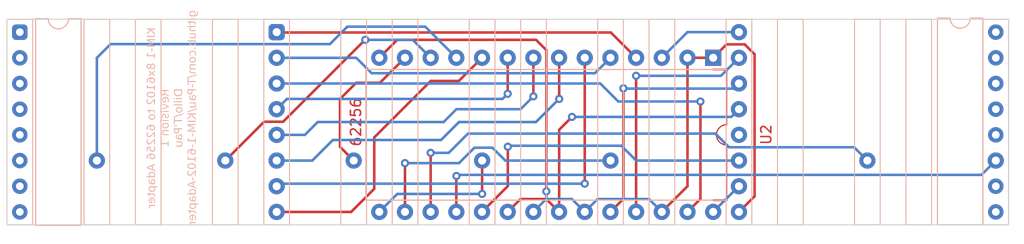
<source format=kicad_pcb>
(kicad_pcb (version 20221018) (generator pcbnew)
  (layers (0 "F.Cu" signal) (31 "B.Cu" signal) (34 "B.Paste" user) (35 "F.Paste" user) (36 "B.SilkS" user "B.Silkscreen") (37 "F.SilkS" user "F.Silkscreen") (38 "B.Mask" user) (39 "F.Mask" user) (44 "Edge.Cuts" user))
  (net 0 "")
  (net 1 "/A6")
  (net 2 "/A5")
  (net 3 "/R{slash}~{W}")
  (net 4 "/A1")
  (net 5 "/A2")
  (net 6 "/A3")
  (net 7 "/A4")
  (net 8 "/A0")
  (net 9 "GND")
  (net 10 "VCC")
  (net 11 "/D7")
  (net 12 "/~{CS}")
  (net 13 "/A9")
  (net 14 "/A8")
  (net 15 "/A7")
  (net 16 "/D0")
  (net 17 "/D1")
  (net 18 "/D2")
  (net 19 "/D3")
  (net 20 "/D4")
  (net 21 "/D5")
  (net 22 "/D6")
  (footprint "KIM-1:8x6102" (layer "F.Cu") (at 60.96 78.74)
    (fp_text reference "U1")
    (fp_text value "~")
    (fp_line (start 1.56 -1.33) (end 1.56 19.11) (stroke (width 0.12)) (layer "B.SilkS"))
    (fp_line (start 1.56 19.11) (end 6.06 19.11) (stroke (width 0.12)) (layer "B.SilkS"))
    (fp_line (start 2.81 -1.33) (end 1.56 -1.33) (stroke (width 0.12)) (layer "B.SilkS"))
    (fp_line (start 6.06 -1.33) (end 4.81 -1.33) (stroke (width 0.12)) (layer "B.SilkS"))
    (fp_line (start 6.06 19.11) (end 6.06 -1.33) (stroke (width 0.12)) (layer "B.SilkS"))
    (fp_line (start 90.75 -1.39) (end 90.75 19.05) (stroke (width 0.12)) (layer "B.SilkS"))
    (fp_line (start 90.75 19.05) (end 95.25 19.05) (stroke (width 0.12)) (layer "B.SilkS"))
    (fp_line (start 92 -1.39) (end 90.75 -1.39) (stroke (width 0.12)) (layer "B.SilkS"))
    (fp_line (start 95.25 -1.39) (end 94 -1.39) (stroke (width 0.12)) (layer "B.SilkS"))
    (fp_line (start 95.25 19.05) (end 95.25 -1.39) (stroke (width 0.12)) (layer "B.SilkS"))
    (fp_rect (start -1.27 -1.27) (end 1.27 19.05) (stroke (width 0.1)) (fill none) (layer "B.SilkS"))
    (fp_rect (start 6.35 -1.27) (end 8.89 19.05) (stroke (width 0.1)) (fill none) (layer "B.SilkS"))
    (fp_rect (start 11.43 -1.27) (end 13.97 19.05) (stroke (width 0.1)) (fill none) (layer "B.SilkS"))
    (fp_rect (start 19.05 -1.27) (end 21.59 19.05) (stroke (width 0.1)) (fill none) (layer "B.SilkS"))
    (fp_rect (start 24.13 -1.27) (end 26.67 19.05) (stroke (width 0.1)) (fill none) (layer "B.SilkS"))
    (fp_rect (start 31.75 -1.27) (end 34.29 19.05) (stroke (width 0.1)) (fill none) (layer "B.SilkS"))
    (fp_rect (start 36.83 -1.27) (end 39.37 19.05) (stroke (width 0.1)) (fill none) (layer "B.SilkS"))
    (fp_rect (start 44.45 -1.27) (end 46.99 19.05) (stroke (width 0.1)) (fill none) (layer "B.SilkS"))
    (fp_rect (start 49.53 -1.27) (end 52.07 19.05) (stroke (width 0.1)) (fill none) (layer "B.SilkS"))
    (fp_rect (start 57.15 -1.27) (end 59.69 19.05) (stroke (width 0.1)) (fill none) (layer "B.SilkS"))
    (fp_rect (start 62.23 -1.27) (end 64.77 19.05) (stroke (width 0.1)) (fill none) (layer "B.SilkS"))
    (fp_rect (start 69.85 -1.27) (end 72.39 19.05) (stroke (width 0.1)) (fill none) (layer "B.SilkS"))
    (fp_rect (start 74.93 -1.27) (end 77.47 19.05) (stroke (width 0.1)) (fill none) (layer "B.SilkS"))
    (fp_rect (start 82.55 -1.27) (end 85.09 19.05) (stroke (width 0.1)) (fill none) (layer "B.SilkS"))
    (fp_rect (start 87.63 -1.27) (end 90.17 19.05) (stroke (width 0.1)) (fill none) (layer "B.SilkS"))
    (fp_rect (start 95.25 -1.27) (end 97.79 19.05) (stroke (width 0.1)) (fill none) (layer "B.SilkS"))
    (fp_arc (start 4.81 -1.33) (mid 3.81 -0.33) (end 2.81 -1.33) (stroke (width 0.12)) (layer "B.SilkS"))
    (fp_arc (start 94 -1.39) (mid 93 -0.39) (end 92 -1.39) (stroke (width 0.12)) (layer "B.SilkS"))
    (pad "1" thru_hole roundrect (at 25.4 0) (size 1.6 1.6) (drill 0.8) (layers "*.Cu" "*.Mask") (net 1 "/A6"))
    (pad "2" thru_hole circle (at 25.4 2.54) (size 1.6 1.6) (drill 0.8) (layers "*.Cu" "*.Mask") (net 2 "/A5"))
    (pad "3" thru_hole oval (at 25.4 5.08) (size 1.6 1.6) (drill 0.8) (layers "*.Cu" "*.Mask") (net 3 "/R{slash}~{W}"))
    (pad "4" thru_hole oval (at 25.4 7.62) (size 1.6 1.6) (drill 0.8) (layers "*.Cu" "*.Mask") (net 4 "/A1"))
    (pad "5" thru_hole oval (at 25.4 10.16) (size 1.6 1.6) (drill 0.8) (layers "*.Cu" "*.Mask") (net 5 "/A2"))
    (pad "6" thru_hole oval (at 25.4 12.7) (size 1.6 1.6) (drill 0.8) (layers "*.Cu" "*.Mask") (net 6 "/A3"))
    (pad "7" thru_hole oval (at 25.4 15.24) (size 1.6 1.6) (drill 0.8) (layers "*.Cu" "*.Mask") (net 7 "/A4"))
    (pad "8" thru_hole oval (at 25.4 17.78) (size 1.6 1.6) (drill 0.8) (layers "*.Cu" "*.Mask") (net 8 "/A0"))
    (pad "9" thru_hole oval (at 71.12 17.78) (size 1.6 1.6) (drill 0.8) (layers "*.Cu" "*.Mask") (net 9 "GND"))
    (pad "10" thru_hole oval (at 71.12 15.24) (size 1.6 1.6) (drill 0.8) (layers "*.Cu" "*.Mask") (net 10 "VCC"))
    (pad "11" thru_hole oval (at 71.12 12.7) (size 1.6 1.6) (drill 0.8) (layers "*.Cu" "*.Mask") (net 11 "/D7"))
    (pad "12" thru_hole oval (at 71.12 10.16) (size 1.6 1.6) (drill 0.8) (layers "*.Cu" "*.Mask"))
    (pad "13" thru_hole oval (at 71.12 7.62) (size 1.6 1.6) (drill 0.8) (layers "*.Cu" "*.Mask") (net 12 "/~{CS}"))
    (pad "14" thru_hole oval (at 71.12 5.08) (size 1.6 1.6) (drill 0.8) (layers "*.Cu" "*.Mask") (net 13 "/A9"))
    (pad "15" thru_hole oval (at 71.12 2.54) (size 1.6 1.6) (drill 0.8) (layers "*.Cu" "*.Mask") (net 14 "/A8"))
    (pad "16" thru_hole oval (at 71.12 0) (size 1.6 1.6) (drill 0.8) (layers "*.Cu" "*.Mask") (net 15 "/A7"))
    (pad "17" thru_hole oval (at 7.62 12.7) (size 1.6 1.6) (drill 0.8) (layers "*.Cu" "*.Mask") (net 16 "/D0"))
    (pad "18" thru_hole oval (at 20.32 12.7) (size 1.6 1.6) (drill 0.8) (layers "*.Cu" "*.Mask") (net 17 "/D1"))
    (pad "19" thru_hole oval (at 33.02 12.7) (size 1.6 1.6) (drill 0.8) (layers "*.Cu" "*.Mask") (net 18 "/D2"))
    (pad "20" thru_hole oval (at 45.72 12.7) (size 1.6 1.6) (drill 0.8) (layers "*.Cu" "*.Mask") (net 19 "/D3"))
    (pad "21" thru_hole oval (at 58.42 12.7) (size 1.6 1.6) (drill 0.8) (layers "*.Cu" "*.Mask") (net 20 "/D4"))
    (pad "22" thru_hole oval (at 83.82 12.7) (size 1.6 1.6) (drill 0.8) (layers "*.Cu" "*.Mask") (net 21 "/D5"))
    (pad "23" thru_hole oval (at 96.52 12.7) (size 1.6 1.6) (drill 0.8) (layers "*.Cu" "*.Mask") (net 22 "/D6"))
    (pad "24" thru_hole roundrect (at 0 0) (size 1.524 1.524) (drill 0.762) (layers "*.Cu" "*.Mask"))
    (pad "31" thru_hole circle (at 0 2.54) (size 1.524 1.524) (drill 0.762) (layers "*.Cu" "*.Mask"))
    (pad "32" thru_hole circle (at 0 5.08) (size 1.524 1.524) (drill 0.762) (layers "*.Cu" "*.Mask"))
    (pad "33" thru_hole circle (at 0 7.62) (size 1.524 1.524) (drill 0.762) (layers "*.Cu" "*.Mask"))
    (pad "34" thru_hole circle (at 0 10.16) (size 1.524 1.524) (drill 0.762) (layers "*.Cu" "*.Mask"))
    (pad "35" thru_hole circle (at 0 12.7) (size 1.524 1.524) (drill 0.762) (layers "*.Cu" "*.Mask"))
    (pad "36" thru_hole circle (at 0 15.24) (size 1.524 1.524) (drill 0.762) (layers "*.Cu" "*.Mask"))
    (pad "37" thru_hole circle (at 0 17.78) (size 1.524 1.524) (drill 0.762) (layers "*.Cu" "*.Mask"))
    (pad "38" thru_hole circle (at 96.52 0) (size 1.524 1.524) (drill 0.762) (layers "*.Cu" "*.Mask"))
    (pad "39" thru_hole circle (at 96.52 2.54) (size 1.524 1.524) (drill 0.762) (layers "*.Cu" "*.Mask"))
    (pad "40" thru_hole circle (at 96.52 5.08) (size 1.524 1.524) (drill 0.762) (layers "*.Cu" "*.Mask"))
    (pad "41" thru_hole circle (at 96.52 7.62) (size 1.524 1.524) (drill 0.762) (layers "*.Cu" "*.Mask"))
    (pad "42" thru_hole circle (at 96.52 10.16) (size 1.524 1.524) (drill 0.762) (layers "*.Cu" "*.Mask"))
    (pad "43" thru_hole circle (at 96.52 15.24) (size 1.524 1.524) (drill 0.762) (layers "*.Cu" "*.Mask"))
    (pad "44" thru_hole circle (at 96.52 17.78) (size 1.524 1.524) (drill 0.762) (layers "*.Cu" "*.Mask"))
  )
  (footprint "Package_DIP:DIP-28_W15.24mm" (layer "F.Cu") (at 129.53 81.275 -90)
    (fp_text reference "U2" (at 7.6 -5.245 90) (layer "F.Cu"))
    (fp_text value "62256" (at 6.375 35.33 90) (layer "F.Cu"))
    (fp_line (start 1.16 -1.33) (end 1.16 -0.02) (stroke (width 0.2)) (layer "F.Cu"))
    (fp_line (start 6.62 -1.33) (end 1.16 -1.33) (stroke (width 0.12)) (layer "F.Cu"))
    (fp_line (start 14.08 -1.33) (end 8.62 -1.33) (stroke (width 0.12)) (layer "F.Cu"))
    (fp_line (start 14.08 -1.33) (end 14.08 -0.02) (stroke (width 0.2)) (layer "F.Cu"))
    (fp_arc (start 8.62 -1.33) (mid 7.62 -0.33) (end 6.62 -1.33) (stroke (width 0.12)) (layer "F.Cu"))
    (fp_line (start 1.16 -1.33) (end 1.16 34.35) (stroke (width 0.12)) (layer "B.SilkS"))
    (fp_line (start 1.16 34.35) (end 14.08 34.35) (stroke (width 0.12)) (layer "B.SilkS"))
    (fp_line (start 14.08 34.35) (end 14.08 -1.33) (stroke (width 0.12)) (layer "B.SilkS"))
    (pad "1" thru_hole rect (at 0 0 270) (size 1.6 1.6) (drill 0.8) (layers "*.Cu" "*.Mask") (net 9 "GND"))
    (pad "2" thru_hole oval (at 0 2.54 270) (size 1.6 1.6) (drill 0.8) (layers "*.Cu" "*.Mask") (net 9 "GND"))
    (pad "3" thru_hole oval (at 0 5.08 270) (size 1.6 1.6) (drill 0.8) (layers "*.Cu" "*.Mask") (net 15 "/A7"))
    (pad "4" thru_hole oval (at 0 7.62 270) (size 1.6 1.6) (drill 0.8) (layers "*.Cu" "*.Mask") (net 1 "/A6"))
    (pad "5" thru_hole oval (at 0 10.16 270) (size 1.6 1.6) (drill 0.8) (layers "*.Cu" "*.Mask") (net 2 "/A5"))
    (pad "6" thru_hole oval (at 0 12.7 270) (size 1.6 1.6) (drill 0.8) (layers "*.Cu" "*.Mask") (net 7 "/A4"))
    (pad "7" thru_hole oval (at 0 15.24 270) (size 1.6 1.6) (drill 0.8) (layers "*.Cu" "*.Mask") (net 6 "/A3"))
    (pad "8" thru_hole oval (at 0 17.78 270) (size 1.6 1.6) (drill 0.8) (layers "*.Cu" "*.Mask") (net 5 "/A2"))
    (pad "9" thru_hole oval (at 0 20.32 270) (size 1.6 1.6) (drill 0.8) (layers "*.Cu" "*.Mask") (net 4 "/A1"))
    (pad "10" thru_hole oval (at 0 22.86 270) (size 1.6 1.6) (drill 0.8) (layers "*.Cu" "*.Mask") (net 8 "/A0"))
    (pad "11" thru_hole oval (at 0 25.4 270) (size 1.6 1.6) (drill 0.8) (layers "*.Cu" "*.Mask") (net 16 "/D0"))
    (pad "12" thru_hole oval (at 0 27.94 270) (size 1.6 1.6) (drill 0.8) (layers "*.Cu" "*.Mask") (net 17 "/D1"))
    (pad "13" thru_hole oval (at 0 30.48 270) (size 1.6 1.6) (drill 0.8) (layers "*.Cu" "*.Mask") (net 18 "/D2"))
    (pad "14" thru_hole oval (at 0 33.02 270) (size 1.6 1.6) (drill 0.8) (layers "*.Cu" "*.Mask") (net 9 "GND"))
    (pad "15" thru_hole oval (at 15.24 33.02 270) (size 1.6 1.6) (drill 0.8) (layers "*.Cu" "*.Mask") (net 19 "/D3"))
    (pad "16" thru_hole oval (at 15.24 30.48 270) (size 1.6 1.6) (drill 0.8) (layers "*.Cu" "*.Mask") (net 20 "/D4"))
    (pad "17" thru_hole oval (at 15.24 27.94 270) (size 1.6 1.6) (drill 0.8) (layers "*.Cu" "*.Mask") (net 21 "/D5"))
    (pad "18" thru_hole oval (at 15.24 25.4 270) (size 1.6 1.6) (drill 0.8) (layers "*.Cu" "*.Mask") (net 22 "/D6"))
    (pad "19" thru_hole oval (at 15.24 22.86 270) (size 1.6 1.6) (drill 0.8) (layers "*.Cu" "*.Mask") (net 11 "/D7"))
    (pad "20" thru_hole oval (at 15.24 20.32 270) (size 1.6 1.6) (drill 0.8) (layers "*.Cu" "*.Mask") (net 12 "/~{CS}"))
    (pad "21" thru_hole oval (at 15.24 17.78 270) (size 1.6 1.6) (drill 0.8) (layers "*.Cu" "*.Mask") (net 9 "GND"))
    (pad "22" thru_hole oval (at 15.24 15.24 270) (size 1.6 1.6) (drill 0.8) (layers "*.Cu" "*.Mask") (net 12 "/~{CS}"))
    (pad "23" thru_hole oval (at 15.24 12.7 270) (size 1.6 1.6) (drill 0.8) (layers "*.Cu" "*.Mask") (net 9 "GND"))
    (pad "24" thru_hole oval (at 15.24 10.16 270) (size 1.6 1.6) (drill 0.8) (layers "*.Cu" "*.Mask") (net 13 "/A9"))
    (pad "25" thru_hole oval (at 15.24 7.62 270) (size 1.6 1.6) (drill 0.8) (layers "*.Cu" "*.Mask") (net 14 "/A8"))
    (pad "26" thru_hole oval (at 15.24 5.08 270) (size 1.6 1.6) (drill 0.8) (layers "*.Cu" "*.Mask") (net 9 "GND"))
    (pad "27" thru_hole oval (at 15.24 2.54 270) (size 1.6 1.6) (drill 0.8) (layers "*.Cu" "*.Mask") (net 3 "/R{slash}~{W}"))
    (pad "28" thru_hole oval (at 15.24 0 270) (size 1.6 1.6) (drill 0.8) (layers "*.Cu" "*.Mask") (net 10 "VCC"))
  )
  (gr_rect (start 59.69 77.47) (end 158.75 97.79) (stroke (width 0.1)) (fill none) (layer "Edge.Cuts"))
  (gr_text "KIM-1 8x6102 to 62256 Adapter\nRevision 1\nDillo/T'Pau\ngithub.com/T-Pau/KIM-1-6102-Adapter" (at 78.5 87.225 90) (layer "B.SilkS") (effects (font (size 0.8 0.8)) (justify bottom mirror)))
  (segment (start 86.397 78.777) (end 119.412 78.777) (width 0.25) (layer "F.Cu") (net 1))
  (segment (start 86.36 78.74) (end 86.397 78.777) (width 0.25) (layer "F.Cu") (net 1))
  (segment (start 119.412 78.777) (end 121.91 81.275) (width 0.25) (layer "F.Cu") (net 1))
  (segment (start 117.841 82.804) (end 119.37 81.275) (width 0.25) (layer "B.Cu") (net 2))
  (segment (start 86.36 81.28) (end 94.234 81.28) (width 0.25) (layer "B.Cu") (net 2))
  (segment (start 95.758 82.804) (end 117.841 82.804) (width 0.25) (layer "B.Cu") (net 2))
  (segment (start 94.234 81.28) (end 95.758 82.804) (width 0.25) (layer "B.Cu") (net 2))
  (segment (start 128.27 95.235) (end 126.99 96.515) (width 0.25) (layer "F.Cu") (net 3))
  (segment (start 128.27 85.598) (end 128.27 95.235) (width 0.25) (layer "F.Cu") (net 3))
  (via (at 128.27 85.598) (size 0.8) (drill 0.4) (layers "F.Cu" "B.Cu") (net 3))
  (segment (start 128.27 85.598) (end 120.142 85.598) (width 0.25) (layer "B.Cu") (net 3))
  (segment (start 118.364 83.82) (end 86.36 83.82) (width 0.25) (layer "B.Cu") (net 3))
  (segment (start 120.142 85.598) (end 118.364 83.82) (width 0.25) (layer "B.Cu") (net 3))
  (segment (start 109.21 84.836) (end 109.21 81.275) (width 0.25) (layer "F.Cu") (net 4))
  (via (at 109.21 84.836) (size 0.8) (drill 0.4) (layers "F.Cu" "B.Cu") (net 4))
  (segment (start 109.21 84.836) (end 108.702 85.344) (width 0.25) (layer "B.Cu") (net 4))
  (segment (start 87.376 85.344) (end 86.36 86.36) (width 0.25) (layer "B.Cu") (net 4))
  (segment (start 108.702 85.344) (end 87.376 85.344) (width 0.25) (layer "B.Cu") (net 4))
  (segment (start 111.75 85.09) (end 111.75 81.275) (width 0.25) (layer "F.Cu") (net 5))
  (via (at 111.75 85.09) (size 0.8) (drill 0.4) (layers "F.Cu" "B.Cu") (net 5))
  (segment (start 102.87 87.63) (end 90.42 87.63) (width 0.25) (layer "B.Cu") (net 5))
  (segment (start 104.14 86.36) (end 102.87 87.63) (width 0.25) (layer "B.Cu") (net 5))
  (segment (start 110.48 86.36) (end 104.14 86.36) (width 0.25) (layer "B.Cu") (net 5))
  (segment (start 111.75 85.09) (end 110.48 86.36) (width 0.25) (layer "B.Cu") (net 5))
  (segment (start 90.42 87.63) (end 89.15 88.9) (width 0.25) (layer "B.Cu") (net 5))
  (segment (start 89.15 88.9) (end 86.36 88.9) (width 0.25) (layer "B.Cu") (net 5))
  (segment (start 114.3 81.285) (end 114.29 81.275) (width 0.25) (layer "F.Cu") (net 6))
  (segment (start 114.3 85.344) (end 114.3 81.285) (width 0.25) (layer "F.Cu") (net 6))
  (via (at 114.3 85.344) (size 0.8) (drill 0.4) (layers "F.Cu" "B.Cu") (net 6))
  (segment (start 112.004695 87.63) (end 114.290695 85.344) (width 0.25) (layer "B.Cu") (net 6))
  (segment (start 104.394 87.63) (end 112.004695 87.63) (width 0.25) (layer "B.Cu") (net 6))
  (segment (start 86.36 91.44) (end 89.885 91.44) (width 0.25) (layer "B.Cu") (net 6))
  (segment (start 114.290695 85.344) (end 114.3 85.344) (width 0.25) (layer "B.Cu") (net 6))
  (segment (start 89.885 91.44) (end 91.917 89.408) (width 0.25) (layer "B.Cu") (net 6))
  (segment (start 102.616 89.408) (end 104.394 87.63) (width 0.25) (layer "B.Cu") (net 6))
  (segment (start 91.917 89.408) (end 102.616 89.408) (width 0.25) (layer "B.Cu") (net 6))
  (segment (start 116.83 93.726) (end 116.83 81.275) (width 0.25) (layer "F.Cu") (net 7))
  (via (at 116.83 93.726) (size 0.8) (drill 0.4) (layers "F.Cu" "B.Cu") (net 7))
  (segment (start 86.614 93.726) (end 86.36 93.98) (width 0.25) (layer "B.Cu") (net 7))
  (segment (start 116.83 93.726) (end 86.614 93.726) (width 0.25) (layer "B.Cu") (net 7))
  (segment (start 104.379 83.566) (end 101.6 83.566) (width 0.25) (layer "F.Cu") (net 8))
  (segment (start 106.67 81.275) (end 104.379 83.566) (width 0.25) (layer "F.Cu") (net 8))
  (segment (start 101.6 83.566) (end 96.012 89.154) (width 0.25) (layer "F.Cu") (net 8))
  (segment (start 96.012 89.154) (end 96.012 94.234) (width 0.25) (layer "F.Cu") (net 8))
  (segment (start 93.726 96.52) (end 86.36 96.52) (width 0.25) (layer "F.Cu") (net 8))
  (segment (start 96.012 94.234) (end 93.726 96.52) (width 0.25) (layer "F.Cu") (net 8))
  (segment (start 126.99 81.275) (end 129.53 81.275) (width 0.25) (layer "F.Cu") (net 9))
  (segment (start 113.03 94.488) (end 113.03 80.518) (width 0.25) (layer "F.Cu") (net 9))
  (segment (start 133.625 94.975) (end 132.08 96.52) (width 0.25) (layer "F.Cu") (net 9))
  (segment (start 98.283 79.502) (end 96.51 81.275) (width 0.25) (layer "F.Cu") (net 9))
  (segment (start 126.99 93.975) (end 124.45 96.515) (width 0.25) (layer "F.Cu") (net 9))
  (segment (start 126.99 81.275) (end 126.99 93.975) (width 0.25) (layer "F.Cu") (net 9))
  (segment (start 113.03 80.518) (end 112.014 79.502) (width 0.25) (layer "F.Cu") (net 9))
  (segment (start 130.855 79.95) (end 132.65 79.95) (width 0.25) (layer "F.Cu") (net 9))
  (segment (start 112.014 79.502) (end 98.283 79.502) (width 0.25) (layer "F.Cu") (net 9))
  (segment (start 133.625 80.925) (end 133.625 94.975) (width 0.25) (layer "F.Cu") (net 9))
  (segment (start 129.53 81.275) (end 130.855 79.95) (width 0.25) (layer "F.Cu") (net 9))
  (segment (start 132.65 79.95) (end 133.625 80.925) (width 0.25) (layer "F.Cu") (net 9))
  (via (at 113.03 94.488) (size 0.8) (drill 0.4) (layers "F.Cu" "B.Cu") (net 9))
  (segment (start 118.095 95.25) (end 116.83 96.515) (width 0.25) (layer "B.Cu") (net 9))
  (segment (start 113.015 95.25) (end 111.75 96.515) (width 0.25) (layer "B.Cu") (net 9))
  (segment (start 113.03 95.25) (end 113.015 95.25) (width 0.25) (layer "B.Cu") (net 9))
  (segment (start 115.565 95.25) (end 113.03 95.25) (width 0.25) (layer "B.Cu") (net 9))
  (segment (start 124.45 96.515) (end 123.185 95.25) (width 0.25) (layer "B.Cu") (net 9))
  (segment (start 113.03 94.488) (end 113.03 95.25) (width 0.25) (layer "B.Cu") (net 9))
  (segment (start 123.185 95.25) (end 118.095 95.25) (width 0.25) (layer "B.Cu") (net 9))
  (segment (start 116.83 96.515) (end 115.565 95.25) (width 0.25) (layer "B.Cu") (net 9))
  (segment (start 129.53 96.515) (end 132.065 93.98) (width 0.25) (layer "B.Cu") (net 10))
  (segment (start 132.065 93.98) (end 132.08 93.98) (width 0.25) (layer "B.Cu") (net 10))
  (segment (start 109.22 93.965) (end 106.67 96.515) (width 0.25) (layer "F.Cu") (net 11))
  (segment (start 109.22 90.075) (end 109.22 93.965) (width 0.25) (layer "F.Cu") (net 11))
  (via (at 109.22 90.075) (size 0.8) (drill 0.4) (layers "F.Cu" "B.Cu") (net 11))
  (segment (start 121.915 91.44) (end 132.08 91.44) (width 0.25) (layer "B.Cu") (net 11))
  (segment (start 120.45 89.975) (end 121.915 91.44) (width 0.25) (layer "B.Cu") (net 11))
  (segment (start 109.22 90.075) (end 109.32 89.975) (width 0.25) (layer "B.Cu") (net 11))
  (segment (start 109.32 89.975) (end 120.45 89.975) (width 0.25) (layer "B.Cu") (net 11))
  (segment (start 110.475 95.25) (end 113.025 95.25) (width 0.25) (layer "F.Cu") (net 12))
  (segment (start 113.025 95.25) (end 114.29 96.515) (width 0.25) (layer "F.Cu") (net 12))
  (segment (start 114.3 96.505) (end 114.29 96.515) (width 0.25) (layer "F.Cu") (net 12))
  (segment (start 109.21 96.515) (end 110.475 95.25) (width 0.25) (layer "F.Cu") (net 12))
  (segment (start 115.57 87.122) (end 114.3 88.392) (width 0.25) (layer "F.Cu") (net 12))
  (segment (start 114.3 88.392) (end 114.3 96.505) (width 0.25) (layer "F.Cu") (net 12))
  (via (at 115.57 87.122) (size 0.8) (drill 0.4) (layers "F.Cu" "B.Cu") (net 12))
  (segment (start 131.318 87.122) (end 132.08 86.36) (width 0.25) (layer "B.Cu") (net 12))
  (segment (start 115.57 87.122) (end 131.318 87.122) (width 0.25) (layer "B.Cu") (net 12))
  (segment (start 120.65 95.235) (end 119.37 96.515) (width 0.25) (layer "F.Cu") (net 13))
  (segment (start 120.65 84.3) (end 120.65 95.235) (width 0.25) (layer "F.Cu") (net 13))
  (via (at 120.65 84.3) (size 0.8) (drill 0.4) (layers "F.Cu" "B.Cu") (net 13))
  (segment (start 120.675 84.325) (end 131.575 84.325) (width 0.25) (layer "B.Cu") (net 13))
  (segment (start 131.575 84.325) (end 132.08 83.82) (width 0.25) (layer "B.Cu") (net 13))
  (segment (start 120.65 84.3) (end 120.675 84.325) (width 0.25) (layer "B.Cu") (net 13))
  (segment (start 121.91 83.058) (end 121.91 96.515) (width 0.25) (layer "F.Cu") (net 14))
  (via (at 121.91 83.058) (size 0.8) (drill 0.4) (layers "F.Cu" "B.Cu") (net 14))
  (segment (start 130.117 83.058) (end 130.125 83.05) (width 0.25) (layer "B.Cu") (net 14))
  (segment (start 121.91 83.058) (end 130.117 83.058) (width 0.25) (layer "B.Cu") (net 14))
  (segment (start 130.31 83.05) (end 132.08 81.28) (width 0.25) (layer "B.Cu") (net 14))
  (segment (start 130.125 83.05) (end 130.31 83.05) (width 0.25) (layer "B.Cu") (net 14))
  (segment (start 126.985 78.74) (end 124.45 81.275) (width 0.25) (layer "B.Cu") (net 15))
  (segment (start 132.08 78.74) (end 126.985 78.74) (width 0.25) (layer "B.Cu") (net 15))
  (segment (start 69.85 80.01) (end 68.58 81.28) (width 0.25) (layer "B.Cu") (net 16))
  (segment (start 101.055 78.2) (end 93.35 78.2) (width 0.25) (layer "B.Cu") (net 16))
  (segment (start 104.13 81.275) (end 101.055 78.2) (width 0.25) (layer "B.Cu") (net 16))
  (segment (start 68.58 81.28) (end 68.58 91.44) (width 0.25) (layer "B.Cu") (net 16))
  (segment (start 91.625 79.925) (end 69.935 79.925) (width 0.25) (layer "B.Cu") (net 16))
  (segment (start 93.35 78.2) (end 91.625 79.925) (width 0.25) (layer "B.Cu") (net 16))
  (segment (start 69.935 79.925) (end 69.85 80.01) (width 0.25) (layer "B.Cu") (net 16))
  (segment (start 95.125 79.502) (end 95.098 79.502) (width 0.25) (layer "F.Cu") (net 17))
  (segment (start 95.098 79.502) (end 87 87.6) (width 0.25) (layer "F.Cu") (net 17))
  (segment (start 81.285 91.44) (end 81.28 91.44) (width 0.25) (layer "F.Cu") (net 17))
  (segment (start 85.125 87.6) (end 81.285 91.44) (width 0.25) (layer "F.Cu") (net 17))
  (segment (start 87 87.6) (end 85.125 87.6) (width 0.25) (layer "F.Cu") (net 17))
  (via (at 95.125 79.502) (size 0.8) (drill 0.4) (layers "F.Cu" "B.Cu") (net 17))
  (segment (start 99.817 79.502) (end 101.59 81.275) (width 0.25) (layer "B.Cu") (net 17))
  (segment (start 95.125 79.502) (end 99.817 79.502) (width 0.25) (layer "B.Cu") (net 17))
  (segment (start 96.575 83.75) (end 99.05 81.275) (width 0.25) (layer "F.Cu") (net 18))
  (segment (start 93.98 91.44) (end 92.625 90.085) (width 0.25) (layer "F.Cu") (net 18))
  (segment (start 92.625 90.085) (end 92.625 85.35) (width 0.25) (layer "F.Cu") (net 18))
  (segment (start 92.625 85.35) (end 94.225 83.75) (width 0.25) (layer "F.Cu") (net 18))
  (segment (start 94.225 83.75) (end 96.575 83.75) (width 0.25) (layer "F.Cu") (net 18))
  (segment (start 106.68 91.44) (end 106.68 94.742) (width 0.25) (layer "F.Cu") (net 19))
  (via (at 106.68 94.742) (size 0.8) (drill 0.4) (layers "F.Cu" "B.Cu") (net 19))
  (segment (start 98.283 94.742) (end 96.51 96.515) (width 0.25) (layer "B.Cu") (net 19))
  (segment (start 106.68 94.742) (end 98.283 94.742) (width 0.25) (layer "B.Cu") (net 19))
  (segment (start 99.05 91.694) (end 99.05 96.515) (width 0.25) (layer "F.Cu") (net 20))
  (via (at 99.05 91.694) (size 0.8) (drill 0.4) (layers "F.Cu" "B.Cu") (net 20))
  (segment (start 107.696 90.17) (end 108.966 91.44) (width 0.25) (layer "B.Cu") (net 20))
  (segment (start 104.394 91.694) (end 105.918 90.17) (width 0.25) (layer "B.Cu") (net 20))
  (segment (start 105.918 90.17) (end 107.696 90.17) (width 0.25) (layer "B.Cu") (net 20))
  (segment (start 99.05 91.694) (end 104.394 91.694) (width 0.25) (layer "B.Cu") (net 20))
  (segment (start 108.966 91.44) (end 119.38 91.44) (width 0.25) (layer "B.Cu") (net 20))
  (segment (start 101.59 90.678) (end 101.59 96.515) (width 0.25) (layer "F.Cu") (net 21))
  (via (at 101.59 90.678) (size 0.8) (drill 0.4) (layers "F.Cu" "B.Cu") (net 21))
  (segment (start 131.1 90.125) (end 143.465 90.125) (width 0.25) (layer "B.Cu") (net 21))
  (segment (start 103.378 90.678) (end 105.281 88.775) (width 0.25) (layer "B.Cu") (net 21))
  (segment (start 101.59 90.678) (end 103.378 90.678) (width 0.25) (layer "B.Cu") (net 21))
  (segment (start 129.75 88.775) (end 131.1 90.125) (width 0.25) (layer "B.Cu") (net 21))
  (segment (start 143.465 90.125) (end 144.78 91.44) (width 0.25) (layer "B.Cu") (net 21))
  (segment (start 105.281 88.775) (end 129.75 88.775) (width 0.25) (layer "B.Cu") (net 21))
  (segment (start 104.13 92.974) (end 104.13 96.515) (width 0.25) (layer "F.Cu") (net 22))
  (segment (start 104.14 92.964) (end 104.13 92.974) (width 0.25) (layer "F.Cu") (net 22))
  (via (at 104.14 92.964) (size 0.8) (drill 0.4) (layers "F.Cu" "B.Cu") (net 22))
  (segment (start 104.249 92.855) (end 104.14 92.964) (width 0.25) (layer "B.Cu") (net 22))
  (segment (start 157.48 91.44) (end 156.065 92.855) (width 0.25) (layer "B.Cu") (net 22))
  (segment (start 156.065 92.855) (end 104.249 92.855) (width 0.25) (layer "B.Cu") (net 22))
)
</source>
